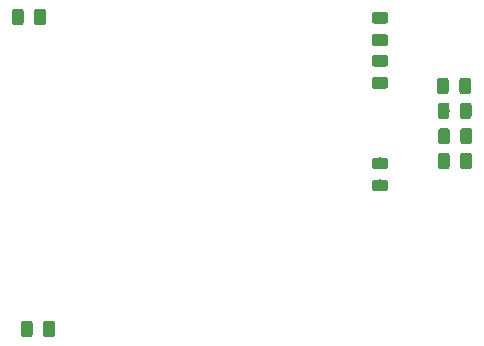
<source format=gbr>
G04 #@! TF.GenerationSoftware,KiCad,Pcbnew,5.0.2-bee76a0~70~ubuntu16.04.1*
G04 #@! TF.CreationDate,2022-10-09T10:28:45+02:00*
G04 #@! TF.ProjectId,QIC02EMU,51494330-3245-44d5-952e-6b696361645f,rev?*
G04 #@! TF.SameCoordinates,Original*
G04 #@! TF.FileFunction,Paste,Bot*
G04 #@! TF.FilePolarity,Positive*
%FSLAX46Y46*%
G04 Gerber Fmt 4.6, Leading zero omitted, Abs format (unit mm)*
G04 Created by KiCad (PCBNEW 5.0.2-bee76a0~70~ubuntu16.04.1) date sön  9 okt 2022 10:28:45*
%MOMM*%
%LPD*%
G01*
G04 APERTURE LIST*
%ADD10C,0.100000*%
%ADD11C,0.975000*%
G04 APERTURE END LIST*
D10*
G04 #@! TO.C,C2*
G36*
X120077142Y-106235174D02*
X120100803Y-106238684D01*
X120124007Y-106244496D01*
X120146529Y-106252554D01*
X120168153Y-106262782D01*
X120188670Y-106275079D01*
X120207883Y-106289329D01*
X120225607Y-106305393D01*
X120241671Y-106323117D01*
X120255921Y-106342330D01*
X120268218Y-106362847D01*
X120278446Y-106384471D01*
X120286504Y-106406993D01*
X120292316Y-106430197D01*
X120295826Y-106453858D01*
X120297000Y-106477750D01*
X120297000Y-107390250D01*
X120295826Y-107414142D01*
X120292316Y-107437803D01*
X120286504Y-107461007D01*
X120278446Y-107483529D01*
X120268218Y-107505153D01*
X120255921Y-107525670D01*
X120241671Y-107544883D01*
X120225607Y-107562607D01*
X120207883Y-107578671D01*
X120188670Y-107592921D01*
X120168153Y-107605218D01*
X120146529Y-107615446D01*
X120124007Y-107623504D01*
X120100803Y-107629316D01*
X120077142Y-107632826D01*
X120053250Y-107634000D01*
X119565750Y-107634000D01*
X119541858Y-107632826D01*
X119518197Y-107629316D01*
X119494993Y-107623504D01*
X119472471Y-107615446D01*
X119450847Y-107605218D01*
X119430330Y-107592921D01*
X119411117Y-107578671D01*
X119393393Y-107562607D01*
X119377329Y-107544883D01*
X119363079Y-107525670D01*
X119350782Y-107505153D01*
X119340554Y-107483529D01*
X119332496Y-107461007D01*
X119326684Y-107437803D01*
X119323174Y-107414142D01*
X119322000Y-107390250D01*
X119322000Y-106477750D01*
X119323174Y-106453858D01*
X119326684Y-106430197D01*
X119332496Y-106406993D01*
X119340554Y-106384471D01*
X119350782Y-106362847D01*
X119363079Y-106342330D01*
X119377329Y-106323117D01*
X119393393Y-106305393D01*
X119411117Y-106289329D01*
X119430330Y-106275079D01*
X119450847Y-106262782D01*
X119472471Y-106252554D01*
X119494993Y-106244496D01*
X119518197Y-106238684D01*
X119541858Y-106235174D01*
X119565750Y-106234000D01*
X120053250Y-106234000D01*
X120077142Y-106235174D01*
X120077142Y-106235174D01*
G37*
D11*
X119809500Y-106934000D03*
D10*
G36*
X118202142Y-106235174D02*
X118225803Y-106238684D01*
X118249007Y-106244496D01*
X118271529Y-106252554D01*
X118293153Y-106262782D01*
X118313670Y-106275079D01*
X118332883Y-106289329D01*
X118350607Y-106305393D01*
X118366671Y-106323117D01*
X118380921Y-106342330D01*
X118393218Y-106362847D01*
X118403446Y-106384471D01*
X118411504Y-106406993D01*
X118417316Y-106430197D01*
X118420826Y-106453858D01*
X118422000Y-106477750D01*
X118422000Y-107390250D01*
X118420826Y-107414142D01*
X118417316Y-107437803D01*
X118411504Y-107461007D01*
X118403446Y-107483529D01*
X118393218Y-107505153D01*
X118380921Y-107525670D01*
X118366671Y-107544883D01*
X118350607Y-107562607D01*
X118332883Y-107578671D01*
X118313670Y-107592921D01*
X118293153Y-107605218D01*
X118271529Y-107615446D01*
X118249007Y-107623504D01*
X118225803Y-107629316D01*
X118202142Y-107632826D01*
X118178250Y-107634000D01*
X117690750Y-107634000D01*
X117666858Y-107632826D01*
X117643197Y-107629316D01*
X117619993Y-107623504D01*
X117597471Y-107615446D01*
X117575847Y-107605218D01*
X117555330Y-107592921D01*
X117536117Y-107578671D01*
X117518393Y-107562607D01*
X117502329Y-107544883D01*
X117488079Y-107525670D01*
X117475782Y-107505153D01*
X117465554Y-107483529D01*
X117457496Y-107461007D01*
X117451684Y-107437803D01*
X117448174Y-107414142D01*
X117447000Y-107390250D01*
X117447000Y-106477750D01*
X117448174Y-106453858D01*
X117451684Y-106430197D01*
X117457496Y-106406993D01*
X117465554Y-106384471D01*
X117475782Y-106362847D01*
X117488079Y-106342330D01*
X117502329Y-106323117D01*
X117518393Y-106305393D01*
X117536117Y-106289329D01*
X117555330Y-106275079D01*
X117575847Y-106262782D01*
X117597471Y-106252554D01*
X117619993Y-106244496D01*
X117643197Y-106238684D01*
X117666858Y-106235174D01*
X117690750Y-106234000D01*
X118178250Y-106234000D01*
X118202142Y-106235174D01*
X118202142Y-106235174D01*
G37*
D11*
X117934500Y-106934000D03*
G04 #@! TD*
D10*
G04 #@! TO.C,C3*
G36*
X156122042Y-114185374D02*
X156145703Y-114188884D01*
X156168907Y-114194696D01*
X156191429Y-114202754D01*
X156213053Y-114212982D01*
X156233570Y-114225279D01*
X156252783Y-114239529D01*
X156270507Y-114255593D01*
X156286571Y-114273317D01*
X156300821Y-114292530D01*
X156313118Y-114313047D01*
X156323346Y-114334671D01*
X156331404Y-114357193D01*
X156337216Y-114380397D01*
X156340726Y-114404058D01*
X156341900Y-114427950D01*
X156341900Y-115340450D01*
X156340726Y-115364342D01*
X156337216Y-115388003D01*
X156331404Y-115411207D01*
X156323346Y-115433729D01*
X156313118Y-115455353D01*
X156300821Y-115475870D01*
X156286571Y-115495083D01*
X156270507Y-115512807D01*
X156252783Y-115528871D01*
X156233570Y-115543121D01*
X156213053Y-115555418D01*
X156191429Y-115565646D01*
X156168907Y-115573704D01*
X156145703Y-115579516D01*
X156122042Y-115583026D01*
X156098150Y-115584200D01*
X155610650Y-115584200D01*
X155586758Y-115583026D01*
X155563097Y-115579516D01*
X155539893Y-115573704D01*
X155517371Y-115565646D01*
X155495747Y-115555418D01*
X155475230Y-115543121D01*
X155456017Y-115528871D01*
X155438293Y-115512807D01*
X155422229Y-115495083D01*
X155407979Y-115475870D01*
X155395682Y-115455353D01*
X155385454Y-115433729D01*
X155377396Y-115411207D01*
X155371584Y-115388003D01*
X155368074Y-115364342D01*
X155366900Y-115340450D01*
X155366900Y-114427950D01*
X155368074Y-114404058D01*
X155371584Y-114380397D01*
X155377396Y-114357193D01*
X155385454Y-114334671D01*
X155395682Y-114313047D01*
X155407979Y-114292530D01*
X155422229Y-114273317D01*
X155438293Y-114255593D01*
X155456017Y-114239529D01*
X155475230Y-114225279D01*
X155495747Y-114212982D01*
X155517371Y-114202754D01*
X155539893Y-114194696D01*
X155563097Y-114188884D01*
X155586758Y-114185374D01*
X155610650Y-114184200D01*
X156098150Y-114184200D01*
X156122042Y-114185374D01*
X156122042Y-114185374D01*
G37*
D11*
X155854400Y-114884200D03*
D10*
G36*
X154247042Y-114185374D02*
X154270703Y-114188884D01*
X154293907Y-114194696D01*
X154316429Y-114202754D01*
X154338053Y-114212982D01*
X154358570Y-114225279D01*
X154377783Y-114239529D01*
X154395507Y-114255593D01*
X154411571Y-114273317D01*
X154425821Y-114292530D01*
X154438118Y-114313047D01*
X154448346Y-114334671D01*
X154456404Y-114357193D01*
X154462216Y-114380397D01*
X154465726Y-114404058D01*
X154466900Y-114427950D01*
X154466900Y-115340450D01*
X154465726Y-115364342D01*
X154462216Y-115388003D01*
X154456404Y-115411207D01*
X154448346Y-115433729D01*
X154438118Y-115455353D01*
X154425821Y-115475870D01*
X154411571Y-115495083D01*
X154395507Y-115512807D01*
X154377783Y-115528871D01*
X154358570Y-115543121D01*
X154338053Y-115555418D01*
X154316429Y-115565646D01*
X154293907Y-115573704D01*
X154270703Y-115579516D01*
X154247042Y-115583026D01*
X154223150Y-115584200D01*
X153735650Y-115584200D01*
X153711758Y-115583026D01*
X153688097Y-115579516D01*
X153664893Y-115573704D01*
X153642371Y-115565646D01*
X153620747Y-115555418D01*
X153600230Y-115543121D01*
X153581017Y-115528871D01*
X153563293Y-115512807D01*
X153547229Y-115495083D01*
X153532979Y-115475870D01*
X153520682Y-115455353D01*
X153510454Y-115433729D01*
X153502396Y-115411207D01*
X153496584Y-115388003D01*
X153493074Y-115364342D01*
X153491900Y-115340450D01*
X153491900Y-114427950D01*
X153493074Y-114404058D01*
X153496584Y-114380397D01*
X153502396Y-114357193D01*
X153510454Y-114334671D01*
X153520682Y-114313047D01*
X153532979Y-114292530D01*
X153547229Y-114273317D01*
X153563293Y-114255593D01*
X153581017Y-114239529D01*
X153600230Y-114225279D01*
X153620747Y-114212982D01*
X153642371Y-114202754D01*
X153664893Y-114194696D01*
X153688097Y-114188884D01*
X153711758Y-114185374D01*
X153735650Y-114184200D01*
X154223150Y-114184200D01*
X154247042Y-114185374D01*
X154247042Y-114185374D01*
G37*
D11*
X153979400Y-114884200D03*
G04 #@! TD*
D10*
G04 #@! TO.C,C4*
G36*
X120839142Y-132651174D02*
X120862803Y-132654684D01*
X120886007Y-132660496D01*
X120908529Y-132668554D01*
X120930153Y-132678782D01*
X120950670Y-132691079D01*
X120969883Y-132705329D01*
X120987607Y-132721393D01*
X121003671Y-132739117D01*
X121017921Y-132758330D01*
X121030218Y-132778847D01*
X121040446Y-132800471D01*
X121048504Y-132822993D01*
X121054316Y-132846197D01*
X121057826Y-132869858D01*
X121059000Y-132893750D01*
X121059000Y-133806250D01*
X121057826Y-133830142D01*
X121054316Y-133853803D01*
X121048504Y-133877007D01*
X121040446Y-133899529D01*
X121030218Y-133921153D01*
X121017921Y-133941670D01*
X121003671Y-133960883D01*
X120987607Y-133978607D01*
X120969883Y-133994671D01*
X120950670Y-134008921D01*
X120930153Y-134021218D01*
X120908529Y-134031446D01*
X120886007Y-134039504D01*
X120862803Y-134045316D01*
X120839142Y-134048826D01*
X120815250Y-134050000D01*
X120327750Y-134050000D01*
X120303858Y-134048826D01*
X120280197Y-134045316D01*
X120256993Y-134039504D01*
X120234471Y-134031446D01*
X120212847Y-134021218D01*
X120192330Y-134008921D01*
X120173117Y-133994671D01*
X120155393Y-133978607D01*
X120139329Y-133960883D01*
X120125079Y-133941670D01*
X120112782Y-133921153D01*
X120102554Y-133899529D01*
X120094496Y-133877007D01*
X120088684Y-133853803D01*
X120085174Y-133830142D01*
X120084000Y-133806250D01*
X120084000Y-132893750D01*
X120085174Y-132869858D01*
X120088684Y-132846197D01*
X120094496Y-132822993D01*
X120102554Y-132800471D01*
X120112782Y-132778847D01*
X120125079Y-132758330D01*
X120139329Y-132739117D01*
X120155393Y-132721393D01*
X120173117Y-132705329D01*
X120192330Y-132691079D01*
X120212847Y-132678782D01*
X120234471Y-132668554D01*
X120256993Y-132660496D01*
X120280197Y-132654684D01*
X120303858Y-132651174D01*
X120327750Y-132650000D01*
X120815250Y-132650000D01*
X120839142Y-132651174D01*
X120839142Y-132651174D01*
G37*
D11*
X120571500Y-133350000D03*
D10*
G36*
X118964142Y-132651174D02*
X118987803Y-132654684D01*
X119011007Y-132660496D01*
X119033529Y-132668554D01*
X119055153Y-132678782D01*
X119075670Y-132691079D01*
X119094883Y-132705329D01*
X119112607Y-132721393D01*
X119128671Y-132739117D01*
X119142921Y-132758330D01*
X119155218Y-132778847D01*
X119165446Y-132800471D01*
X119173504Y-132822993D01*
X119179316Y-132846197D01*
X119182826Y-132869858D01*
X119184000Y-132893750D01*
X119184000Y-133806250D01*
X119182826Y-133830142D01*
X119179316Y-133853803D01*
X119173504Y-133877007D01*
X119165446Y-133899529D01*
X119155218Y-133921153D01*
X119142921Y-133941670D01*
X119128671Y-133960883D01*
X119112607Y-133978607D01*
X119094883Y-133994671D01*
X119075670Y-134008921D01*
X119055153Y-134021218D01*
X119033529Y-134031446D01*
X119011007Y-134039504D01*
X118987803Y-134045316D01*
X118964142Y-134048826D01*
X118940250Y-134050000D01*
X118452750Y-134050000D01*
X118428858Y-134048826D01*
X118405197Y-134045316D01*
X118381993Y-134039504D01*
X118359471Y-134031446D01*
X118337847Y-134021218D01*
X118317330Y-134008921D01*
X118298117Y-133994671D01*
X118280393Y-133978607D01*
X118264329Y-133960883D01*
X118250079Y-133941670D01*
X118237782Y-133921153D01*
X118227554Y-133899529D01*
X118219496Y-133877007D01*
X118213684Y-133853803D01*
X118210174Y-133830142D01*
X118209000Y-133806250D01*
X118209000Y-132893750D01*
X118210174Y-132869858D01*
X118213684Y-132846197D01*
X118219496Y-132822993D01*
X118227554Y-132800471D01*
X118237782Y-132778847D01*
X118250079Y-132758330D01*
X118264329Y-132739117D01*
X118280393Y-132721393D01*
X118298117Y-132705329D01*
X118317330Y-132691079D01*
X118337847Y-132678782D01*
X118359471Y-132668554D01*
X118381993Y-132660496D01*
X118405197Y-132654684D01*
X118428858Y-132651174D01*
X118452750Y-132650000D01*
X118940250Y-132650000D01*
X118964142Y-132651174D01*
X118964142Y-132651174D01*
G37*
D11*
X118696500Y-133350000D03*
G04 #@! TD*
D10*
G04 #@! TO.C,R2*
G36*
X154270142Y-118427174D02*
X154293803Y-118430684D01*
X154317007Y-118436496D01*
X154339529Y-118444554D01*
X154361153Y-118454782D01*
X154381670Y-118467079D01*
X154400883Y-118481329D01*
X154418607Y-118497393D01*
X154434671Y-118515117D01*
X154448921Y-118534330D01*
X154461218Y-118554847D01*
X154471446Y-118576471D01*
X154479504Y-118598993D01*
X154485316Y-118622197D01*
X154488826Y-118645858D01*
X154490000Y-118669750D01*
X154490000Y-119582250D01*
X154488826Y-119606142D01*
X154485316Y-119629803D01*
X154479504Y-119653007D01*
X154471446Y-119675529D01*
X154461218Y-119697153D01*
X154448921Y-119717670D01*
X154434671Y-119736883D01*
X154418607Y-119754607D01*
X154400883Y-119770671D01*
X154381670Y-119784921D01*
X154361153Y-119797218D01*
X154339529Y-119807446D01*
X154317007Y-119815504D01*
X154293803Y-119821316D01*
X154270142Y-119824826D01*
X154246250Y-119826000D01*
X153758750Y-119826000D01*
X153734858Y-119824826D01*
X153711197Y-119821316D01*
X153687993Y-119815504D01*
X153665471Y-119807446D01*
X153643847Y-119797218D01*
X153623330Y-119784921D01*
X153604117Y-119770671D01*
X153586393Y-119754607D01*
X153570329Y-119736883D01*
X153556079Y-119717670D01*
X153543782Y-119697153D01*
X153533554Y-119675529D01*
X153525496Y-119653007D01*
X153519684Y-119629803D01*
X153516174Y-119606142D01*
X153515000Y-119582250D01*
X153515000Y-118669750D01*
X153516174Y-118645858D01*
X153519684Y-118622197D01*
X153525496Y-118598993D01*
X153533554Y-118576471D01*
X153543782Y-118554847D01*
X153556079Y-118534330D01*
X153570329Y-118515117D01*
X153586393Y-118497393D01*
X153604117Y-118481329D01*
X153623330Y-118467079D01*
X153643847Y-118454782D01*
X153665471Y-118444554D01*
X153687993Y-118436496D01*
X153711197Y-118430684D01*
X153734858Y-118427174D01*
X153758750Y-118426000D01*
X154246250Y-118426000D01*
X154270142Y-118427174D01*
X154270142Y-118427174D01*
G37*
D11*
X154002500Y-119126000D03*
D10*
G36*
X156145142Y-118427174D02*
X156168803Y-118430684D01*
X156192007Y-118436496D01*
X156214529Y-118444554D01*
X156236153Y-118454782D01*
X156256670Y-118467079D01*
X156275883Y-118481329D01*
X156293607Y-118497393D01*
X156309671Y-118515117D01*
X156323921Y-118534330D01*
X156336218Y-118554847D01*
X156346446Y-118576471D01*
X156354504Y-118598993D01*
X156360316Y-118622197D01*
X156363826Y-118645858D01*
X156365000Y-118669750D01*
X156365000Y-119582250D01*
X156363826Y-119606142D01*
X156360316Y-119629803D01*
X156354504Y-119653007D01*
X156346446Y-119675529D01*
X156336218Y-119697153D01*
X156323921Y-119717670D01*
X156309671Y-119736883D01*
X156293607Y-119754607D01*
X156275883Y-119770671D01*
X156256670Y-119784921D01*
X156236153Y-119797218D01*
X156214529Y-119807446D01*
X156192007Y-119815504D01*
X156168803Y-119821316D01*
X156145142Y-119824826D01*
X156121250Y-119826000D01*
X155633750Y-119826000D01*
X155609858Y-119824826D01*
X155586197Y-119821316D01*
X155562993Y-119815504D01*
X155540471Y-119807446D01*
X155518847Y-119797218D01*
X155498330Y-119784921D01*
X155479117Y-119770671D01*
X155461393Y-119754607D01*
X155445329Y-119736883D01*
X155431079Y-119717670D01*
X155418782Y-119697153D01*
X155408554Y-119675529D01*
X155400496Y-119653007D01*
X155394684Y-119629803D01*
X155391174Y-119606142D01*
X155390000Y-119582250D01*
X155390000Y-118669750D01*
X155391174Y-118645858D01*
X155394684Y-118622197D01*
X155400496Y-118598993D01*
X155408554Y-118576471D01*
X155418782Y-118554847D01*
X155431079Y-118534330D01*
X155445329Y-118515117D01*
X155461393Y-118497393D01*
X155479117Y-118481329D01*
X155498330Y-118467079D01*
X155518847Y-118454782D01*
X155540471Y-118444554D01*
X155562993Y-118436496D01*
X155586197Y-118430684D01*
X155609858Y-118427174D01*
X155633750Y-118426000D01*
X156121250Y-118426000D01*
X156145142Y-118427174D01*
X156145142Y-118427174D01*
G37*
D11*
X155877500Y-119126000D03*
G04 #@! TD*
D10*
G04 #@! TO.C,R1*
G36*
X149070142Y-120720174D02*
X149093803Y-120723684D01*
X149117007Y-120729496D01*
X149139529Y-120737554D01*
X149161153Y-120747782D01*
X149181670Y-120760079D01*
X149200883Y-120774329D01*
X149218607Y-120790393D01*
X149234671Y-120808117D01*
X149248921Y-120827330D01*
X149261218Y-120847847D01*
X149271446Y-120869471D01*
X149279504Y-120891993D01*
X149285316Y-120915197D01*
X149288826Y-120938858D01*
X149290000Y-120962750D01*
X149290000Y-121450250D01*
X149288826Y-121474142D01*
X149285316Y-121497803D01*
X149279504Y-121521007D01*
X149271446Y-121543529D01*
X149261218Y-121565153D01*
X149248921Y-121585670D01*
X149234671Y-121604883D01*
X149218607Y-121622607D01*
X149200883Y-121638671D01*
X149181670Y-121652921D01*
X149161153Y-121665218D01*
X149139529Y-121675446D01*
X149117007Y-121683504D01*
X149093803Y-121689316D01*
X149070142Y-121692826D01*
X149046250Y-121694000D01*
X148133750Y-121694000D01*
X148109858Y-121692826D01*
X148086197Y-121689316D01*
X148062993Y-121683504D01*
X148040471Y-121675446D01*
X148018847Y-121665218D01*
X147998330Y-121652921D01*
X147979117Y-121638671D01*
X147961393Y-121622607D01*
X147945329Y-121604883D01*
X147931079Y-121585670D01*
X147918782Y-121565153D01*
X147908554Y-121543529D01*
X147900496Y-121521007D01*
X147894684Y-121497803D01*
X147891174Y-121474142D01*
X147890000Y-121450250D01*
X147890000Y-120962750D01*
X147891174Y-120938858D01*
X147894684Y-120915197D01*
X147900496Y-120891993D01*
X147908554Y-120869471D01*
X147918782Y-120847847D01*
X147931079Y-120827330D01*
X147945329Y-120808117D01*
X147961393Y-120790393D01*
X147979117Y-120774329D01*
X147998330Y-120760079D01*
X148018847Y-120747782D01*
X148040471Y-120737554D01*
X148062993Y-120729496D01*
X148086197Y-120723684D01*
X148109858Y-120720174D01*
X148133750Y-120719000D01*
X149046250Y-120719000D01*
X149070142Y-120720174D01*
X149070142Y-120720174D01*
G37*
D11*
X148590000Y-121206500D03*
D10*
G36*
X149070142Y-118845174D02*
X149093803Y-118848684D01*
X149117007Y-118854496D01*
X149139529Y-118862554D01*
X149161153Y-118872782D01*
X149181670Y-118885079D01*
X149200883Y-118899329D01*
X149218607Y-118915393D01*
X149234671Y-118933117D01*
X149248921Y-118952330D01*
X149261218Y-118972847D01*
X149271446Y-118994471D01*
X149279504Y-119016993D01*
X149285316Y-119040197D01*
X149288826Y-119063858D01*
X149290000Y-119087750D01*
X149290000Y-119575250D01*
X149288826Y-119599142D01*
X149285316Y-119622803D01*
X149279504Y-119646007D01*
X149271446Y-119668529D01*
X149261218Y-119690153D01*
X149248921Y-119710670D01*
X149234671Y-119729883D01*
X149218607Y-119747607D01*
X149200883Y-119763671D01*
X149181670Y-119777921D01*
X149161153Y-119790218D01*
X149139529Y-119800446D01*
X149117007Y-119808504D01*
X149093803Y-119814316D01*
X149070142Y-119817826D01*
X149046250Y-119819000D01*
X148133750Y-119819000D01*
X148109858Y-119817826D01*
X148086197Y-119814316D01*
X148062993Y-119808504D01*
X148040471Y-119800446D01*
X148018847Y-119790218D01*
X147998330Y-119777921D01*
X147979117Y-119763671D01*
X147961393Y-119747607D01*
X147945329Y-119729883D01*
X147931079Y-119710670D01*
X147918782Y-119690153D01*
X147908554Y-119668529D01*
X147900496Y-119646007D01*
X147894684Y-119622803D01*
X147891174Y-119599142D01*
X147890000Y-119575250D01*
X147890000Y-119087750D01*
X147891174Y-119063858D01*
X147894684Y-119040197D01*
X147900496Y-119016993D01*
X147908554Y-118994471D01*
X147918782Y-118972847D01*
X147931079Y-118952330D01*
X147945329Y-118933117D01*
X147961393Y-118915393D01*
X147979117Y-118899329D01*
X147998330Y-118885079D01*
X148018847Y-118872782D01*
X148040471Y-118862554D01*
X148062993Y-118854496D01*
X148086197Y-118848684D01*
X148109858Y-118845174D01*
X148133750Y-118844000D01*
X149046250Y-118844000D01*
X149070142Y-118845174D01*
X149070142Y-118845174D01*
G37*
D11*
X148590000Y-119331500D03*
G04 #@! TD*
D10*
G04 #@! TO.C,R3*
G36*
X154280542Y-116331674D02*
X154304203Y-116335184D01*
X154327407Y-116340996D01*
X154349929Y-116349054D01*
X154371553Y-116359282D01*
X154392070Y-116371579D01*
X154411283Y-116385829D01*
X154429007Y-116401893D01*
X154445071Y-116419617D01*
X154459321Y-116438830D01*
X154471618Y-116459347D01*
X154481846Y-116480971D01*
X154489904Y-116503493D01*
X154495716Y-116526697D01*
X154499226Y-116550358D01*
X154500400Y-116574250D01*
X154500400Y-117486750D01*
X154499226Y-117510642D01*
X154495716Y-117534303D01*
X154489904Y-117557507D01*
X154481846Y-117580029D01*
X154471618Y-117601653D01*
X154459321Y-117622170D01*
X154445071Y-117641383D01*
X154429007Y-117659107D01*
X154411283Y-117675171D01*
X154392070Y-117689421D01*
X154371553Y-117701718D01*
X154349929Y-117711946D01*
X154327407Y-117720004D01*
X154304203Y-117725816D01*
X154280542Y-117729326D01*
X154256650Y-117730500D01*
X153769150Y-117730500D01*
X153745258Y-117729326D01*
X153721597Y-117725816D01*
X153698393Y-117720004D01*
X153675871Y-117711946D01*
X153654247Y-117701718D01*
X153633730Y-117689421D01*
X153614517Y-117675171D01*
X153596793Y-117659107D01*
X153580729Y-117641383D01*
X153566479Y-117622170D01*
X153554182Y-117601653D01*
X153543954Y-117580029D01*
X153535896Y-117557507D01*
X153530084Y-117534303D01*
X153526574Y-117510642D01*
X153525400Y-117486750D01*
X153525400Y-116574250D01*
X153526574Y-116550358D01*
X153530084Y-116526697D01*
X153535896Y-116503493D01*
X153543954Y-116480971D01*
X153554182Y-116459347D01*
X153566479Y-116438830D01*
X153580729Y-116419617D01*
X153596793Y-116401893D01*
X153614517Y-116385829D01*
X153633730Y-116371579D01*
X153654247Y-116359282D01*
X153675871Y-116349054D01*
X153698393Y-116340996D01*
X153721597Y-116335184D01*
X153745258Y-116331674D01*
X153769150Y-116330500D01*
X154256650Y-116330500D01*
X154280542Y-116331674D01*
X154280542Y-116331674D01*
G37*
D11*
X154012900Y-117030500D03*
D10*
G36*
X156155542Y-116331674D02*
X156179203Y-116335184D01*
X156202407Y-116340996D01*
X156224929Y-116349054D01*
X156246553Y-116359282D01*
X156267070Y-116371579D01*
X156286283Y-116385829D01*
X156304007Y-116401893D01*
X156320071Y-116419617D01*
X156334321Y-116438830D01*
X156346618Y-116459347D01*
X156356846Y-116480971D01*
X156364904Y-116503493D01*
X156370716Y-116526697D01*
X156374226Y-116550358D01*
X156375400Y-116574250D01*
X156375400Y-117486750D01*
X156374226Y-117510642D01*
X156370716Y-117534303D01*
X156364904Y-117557507D01*
X156356846Y-117580029D01*
X156346618Y-117601653D01*
X156334321Y-117622170D01*
X156320071Y-117641383D01*
X156304007Y-117659107D01*
X156286283Y-117675171D01*
X156267070Y-117689421D01*
X156246553Y-117701718D01*
X156224929Y-117711946D01*
X156202407Y-117720004D01*
X156179203Y-117725816D01*
X156155542Y-117729326D01*
X156131650Y-117730500D01*
X155644150Y-117730500D01*
X155620258Y-117729326D01*
X155596597Y-117725816D01*
X155573393Y-117720004D01*
X155550871Y-117711946D01*
X155529247Y-117701718D01*
X155508730Y-117689421D01*
X155489517Y-117675171D01*
X155471793Y-117659107D01*
X155455729Y-117641383D01*
X155441479Y-117622170D01*
X155429182Y-117601653D01*
X155418954Y-117580029D01*
X155410896Y-117557507D01*
X155405084Y-117534303D01*
X155401574Y-117510642D01*
X155400400Y-117486750D01*
X155400400Y-116574250D01*
X155401574Y-116550358D01*
X155405084Y-116526697D01*
X155410896Y-116503493D01*
X155418954Y-116480971D01*
X155429182Y-116459347D01*
X155441479Y-116438830D01*
X155455729Y-116419617D01*
X155471793Y-116401893D01*
X155489517Y-116385829D01*
X155508730Y-116371579D01*
X155529247Y-116359282D01*
X155550871Y-116349054D01*
X155573393Y-116340996D01*
X155596597Y-116335184D01*
X155620258Y-116331674D01*
X155644150Y-116330500D01*
X156131650Y-116330500D01*
X156155542Y-116331674D01*
X156155542Y-116331674D01*
G37*
D11*
X155887900Y-117030500D03*
G04 #@! TD*
D10*
G04 #@! TO.C,R4*
G36*
X156066642Y-112077174D02*
X156090303Y-112080684D01*
X156113507Y-112086496D01*
X156136029Y-112094554D01*
X156157653Y-112104782D01*
X156178170Y-112117079D01*
X156197383Y-112131329D01*
X156215107Y-112147393D01*
X156231171Y-112165117D01*
X156245421Y-112184330D01*
X156257718Y-112204847D01*
X156267946Y-112226471D01*
X156276004Y-112248993D01*
X156281816Y-112272197D01*
X156285326Y-112295858D01*
X156286500Y-112319750D01*
X156286500Y-113232250D01*
X156285326Y-113256142D01*
X156281816Y-113279803D01*
X156276004Y-113303007D01*
X156267946Y-113325529D01*
X156257718Y-113347153D01*
X156245421Y-113367670D01*
X156231171Y-113386883D01*
X156215107Y-113404607D01*
X156197383Y-113420671D01*
X156178170Y-113434921D01*
X156157653Y-113447218D01*
X156136029Y-113457446D01*
X156113507Y-113465504D01*
X156090303Y-113471316D01*
X156066642Y-113474826D01*
X156042750Y-113476000D01*
X155555250Y-113476000D01*
X155531358Y-113474826D01*
X155507697Y-113471316D01*
X155484493Y-113465504D01*
X155461971Y-113457446D01*
X155440347Y-113447218D01*
X155419830Y-113434921D01*
X155400617Y-113420671D01*
X155382893Y-113404607D01*
X155366829Y-113386883D01*
X155352579Y-113367670D01*
X155340282Y-113347153D01*
X155330054Y-113325529D01*
X155321996Y-113303007D01*
X155316184Y-113279803D01*
X155312674Y-113256142D01*
X155311500Y-113232250D01*
X155311500Y-112319750D01*
X155312674Y-112295858D01*
X155316184Y-112272197D01*
X155321996Y-112248993D01*
X155330054Y-112226471D01*
X155340282Y-112204847D01*
X155352579Y-112184330D01*
X155366829Y-112165117D01*
X155382893Y-112147393D01*
X155400617Y-112131329D01*
X155419830Y-112117079D01*
X155440347Y-112104782D01*
X155461971Y-112094554D01*
X155484493Y-112086496D01*
X155507697Y-112080684D01*
X155531358Y-112077174D01*
X155555250Y-112076000D01*
X156042750Y-112076000D01*
X156066642Y-112077174D01*
X156066642Y-112077174D01*
G37*
D11*
X155799000Y-112776000D03*
D10*
G36*
X154191642Y-112077174D02*
X154215303Y-112080684D01*
X154238507Y-112086496D01*
X154261029Y-112094554D01*
X154282653Y-112104782D01*
X154303170Y-112117079D01*
X154322383Y-112131329D01*
X154340107Y-112147393D01*
X154356171Y-112165117D01*
X154370421Y-112184330D01*
X154382718Y-112204847D01*
X154392946Y-112226471D01*
X154401004Y-112248993D01*
X154406816Y-112272197D01*
X154410326Y-112295858D01*
X154411500Y-112319750D01*
X154411500Y-113232250D01*
X154410326Y-113256142D01*
X154406816Y-113279803D01*
X154401004Y-113303007D01*
X154392946Y-113325529D01*
X154382718Y-113347153D01*
X154370421Y-113367670D01*
X154356171Y-113386883D01*
X154340107Y-113404607D01*
X154322383Y-113420671D01*
X154303170Y-113434921D01*
X154282653Y-113447218D01*
X154261029Y-113457446D01*
X154238507Y-113465504D01*
X154215303Y-113471316D01*
X154191642Y-113474826D01*
X154167750Y-113476000D01*
X153680250Y-113476000D01*
X153656358Y-113474826D01*
X153632697Y-113471316D01*
X153609493Y-113465504D01*
X153586971Y-113457446D01*
X153565347Y-113447218D01*
X153544830Y-113434921D01*
X153525617Y-113420671D01*
X153507893Y-113404607D01*
X153491829Y-113386883D01*
X153477579Y-113367670D01*
X153465282Y-113347153D01*
X153455054Y-113325529D01*
X153446996Y-113303007D01*
X153441184Y-113279803D01*
X153437674Y-113256142D01*
X153436500Y-113232250D01*
X153436500Y-112319750D01*
X153437674Y-112295858D01*
X153441184Y-112272197D01*
X153446996Y-112248993D01*
X153455054Y-112226471D01*
X153465282Y-112204847D01*
X153477579Y-112184330D01*
X153491829Y-112165117D01*
X153507893Y-112147393D01*
X153525617Y-112131329D01*
X153544830Y-112117079D01*
X153565347Y-112104782D01*
X153586971Y-112094554D01*
X153609493Y-112086496D01*
X153632697Y-112080684D01*
X153656358Y-112077174D01*
X153680250Y-112076000D01*
X154167750Y-112076000D01*
X154191642Y-112077174D01*
X154191642Y-112077174D01*
G37*
D11*
X153924000Y-112776000D03*
G04 #@! TD*
D10*
G04 #@! TO.C,R5*
G36*
X149070142Y-112035674D02*
X149093803Y-112039184D01*
X149117007Y-112044996D01*
X149139529Y-112053054D01*
X149161153Y-112063282D01*
X149181670Y-112075579D01*
X149200883Y-112089829D01*
X149218607Y-112105893D01*
X149234671Y-112123617D01*
X149248921Y-112142830D01*
X149261218Y-112163347D01*
X149271446Y-112184971D01*
X149279504Y-112207493D01*
X149285316Y-112230697D01*
X149288826Y-112254358D01*
X149290000Y-112278250D01*
X149290000Y-112765750D01*
X149288826Y-112789642D01*
X149285316Y-112813303D01*
X149279504Y-112836507D01*
X149271446Y-112859029D01*
X149261218Y-112880653D01*
X149248921Y-112901170D01*
X149234671Y-112920383D01*
X149218607Y-112938107D01*
X149200883Y-112954171D01*
X149181670Y-112968421D01*
X149161153Y-112980718D01*
X149139529Y-112990946D01*
X149117007Y-112999004D01*
X149093803Y-113004816D01*
X149070142Y-113008326D01*
X149046250Y-113009500D01*
X148133750Y-113009500D01*
X148109858Y-113008326D01*
X148086197Y-113004816D01*
X148062993Y-112999004D01*
X148040471Y-112990946D01*
X148018847Y-112980718D01*
X147998330Y-112968421D01*
X147979117Y-112954171D01*
X147961393Y-112938107D01*
X147945329Y-112920383D01*
X147931079Y-112901170D01*
X147918782Y-112880653D01*
X147908554Y-112859029D01*
X147900496Y-112836507D01*
X147894684Y-112813303D01*
X147891174Y-112789642D01*
X147890000Y-112765750D01*
X147890000Y-112278250D01*
X147891174Y-112254358D01*
X147894684Y-112230697D01*
X147900496Y-112207493D01*
X147908554Y-112184971D01*
X147918782Y-112163347D01*
X147931079Y-112142830D01*
X147945329Y-112123617D01*
X147961393Y-112105893D01*
X147979117Y-112089829D01*
X147998330Y-112075579D01*
X148018847Y-112063282D01*
X148040471Y-112053054D01*
X148062993Y-112044996D01*
X148086197Y-112039184D01*
X148109858Y-112035674D01*
X148133750Y-112034500D01*
X149046250Y-112034500D01*
X149070142Y-112035674D01*
X149070142Y-112035674D01*
G37*
D11*
X148590000Y-112522000D03*
D10*
G36*
X149070142Y-110160674D02*
X149093803Y-110164184D01*
X149117007Y-110169996D01*
X149139529Y-110178054D01*
X149161153Y-110188282D01*
X149181670Y-110200579D01*
X149200883Y-110214829D01*
X149218607Y-110230893D01*
X149234671Y-110248617D01*
X149248921Y-110267830D01*
X149261218Y-110288347D01*
X149271446Y-110309971D01*
X149279504Y-110332493D01*
X149285316Y-110355697D01*
X149288826Y-110379358D01*
X149290000Y-110403250D01*
X149290000Y-110890750D01*
X149288826Y-110914642D01*
X149285316Y-110938303D01*
X149279504Y-110961507D01*
X149271446Y-110984029D01*
X149261218Y-111005653D01*
X149248921Y-111026170D01*
X149234671Y-111045383D01*
X149218607Y-111063107D01*
X149200883Y-111079171D01*
X149181670Y-111093421D01*
X149161153Y-111105718D01*
X149139529Y-111115946D01*
X149117007Y-111124004D01*
X149093803Y-111129816D01*
X149070142Y-111133326D01*
X149046250Y-111134500D01*
X148133750Y-111134500D01*
X148109858Y-111133326D01*
X148086197Y-111129816D01*
X148062993Y-111124004D01*
X148040471Y-111115946D01*
X148018847Y-111105718D01*
X147998330Y-111093421D01*
X147979117Y-111079171D01*
X147961393Y-111063107D01*
X147945329Y-111045383D01*
X147931079Y-111026170D01*
X147918782Y-111005653D01*
X147908554Y-110984029D01*
X147900496Y-110961507D01*
X147894684Y-110938303D01*
X147891174Y-110914642D01*
X147890000Y-110890750D01*
X147890000Y-110403250D01*
X147891174Y-110379358D01*
X147894684Y-110355697D01*
X147900496Y-110332493D01*
X147908554Y-110309971D01*
X147918782Y-110288347D01*
X147931079Y-110267830D01*
X147945329Y-110248617D01*
X147961393Y-110230893D01*
X147979117Y-110214829D01*
X147998330Y-110200579D01*
X148018847Y-110188282D01*
X148040471Y-110178054D01*
X148062993Y-110169996D01*
X148086197Y-110164184D01*
X148109858Y-110160674D01*
X148133750Y-110159500D01*
X149046250Y-110159500D01*
X149070142Y-110160674D01*
X149070142Y-110160674D01*
G37*
D11*
X148590000Y-110647000D03*
G04 #@! TD*
D10*
G04 #@! TO.C,R6*
G36*
X149070142Y-106526174D02*
X149093803Y-106529684D01*
X149117007Y-106535496D01*
X149139529Y-106543554D01*
X149161153Y-106553782D01*
X149181670Y-106566079D01*
X149200883Y-106580329D01*
X149218607Y-106596393D01*
X149234671Y-106614117D01*
X149248921Y-106633330D01*
X149261218Y-106653847D01*
X149271446Y-106675471D01*
X149279504Y-106697993D01*
X149285316Y-106721197D01*
X149288826Y-106744858D01*
X149290000Y-106768750D01*
X149290000Y-107256250D01*
X149288826Y-107280142D01*
X149285316Y-107303803D01*
X149279504Y-107327007D01*
X149271446Y-107349529D01*
X149261218Y-107371153D01*
X149248921Y-107391670D01*
X149234671Y-107410883D01*
X149218607Y-107428607D01*
X149200883Y-107444671D01*
X149181670Y-107458921D01*
X149161153Y-107471218D01*
X149139529Y-107481446D01*
X149117007Y-107489504D01*
X149093803Y-107495316D01*
X149070142Y-107498826D01*
X149046250Y-107500000D01*
X148133750Y-107500000D01*
X148109858Y-107498826D01*
X148086197Y-107495316D01*
X148062993Y-107489504D01*
X148040471Y-107481446D01*
X148018847Y-107471218D01*
X147998330Y-107458921D01*
X147979117Y-107444671D01*
X147961393Y-107428607D01*
X147945329Y-107410883D01*
X147931079Y-107391670D01*
X147918782Y-107371153D01*
X147908554Y-107349529D01*
X147900496Y-107327007D01*
X147894684Y-107303803D01*
X147891174Y-107280142D01*
X147890000Y-107256250D01*
X147890000Y-106768750D01*
X147891174Y-106744858D01*
X147894684Y-106721197D01*
X147900496Y-106697993D01*
X147908554Y-106675471D01*
X147918782Y-106653847D01*
X147931079Y-106633330D01*
X147945329Y-106614117D01*
X147961393Y-106596393D01*
X147979117Y-106580329D01*
X147998330Y-106566079D01*
X148018847Y-106553782D01*
X148040471Y-106543554D01*
X148062993Y-106535496D01*
X148086197Y-106529684D01*
X148109858Y-106526174D01*
X148133750Y-106525000D01*
X149046250Y-106525000D01*
X149070142Y-106526174D01*
X149070142Y-106526174D01*
G37*
D11*
X148590000Y-107012500D03*
D10*
G36*
X149070142Y-108401174D02*
X149093803Y-108404684D01*
X149117007Y-108410496D01*
X149139529Y-108418554D01*
X149161153Y-108428782D01*
X149181670Y-108441079D01*
X149200883Y-108455329D01*
X149218607Y-108471393D01*
X149234671Y-108489117D01*
X149248921Y-108508330D01*
X149261218Y-108528847D01*
X149271446Y-108550471D01*
X149279504Y-108572993D01*
X149285316Y-108596197D01*
X149288826Y-108619858D01*
X149290000Y-108643750D01*
X149290000Y-109131250D01*
X149288826Y-109155142D01*
X149285316Y-109178803D01*
X149279504Y-109202007D01*
X149271446Y-109224529D01*
X149261218Y-109246153D01*
X149248921Y-109266670D01*
X149234671Y-109285883D01*
X149218607Y-109303607D01*
X149200883Y-109319671D01*
X149181670Y-109333921D01*
X149161153Y-109346218D01*
X149139529Y-109356446D01*
X149117007Y-109364504D01*
X149093803Y-109370316D01*
X149070142Y-109373826D01*
X149046250Y-109375000D01*
X148133750Y-109375000D01*
X148109858Y-109373826D01*
X148086197Y-109370316D01*
X148062993Y-109364504D01*
X148040471Y-109356446D01*
X148018847Y-109346218D01*
X147998330Y-109333921D01*
X147979117Y-109319671D01*
X147961393Y-109303607D01*
X147945329Y-109285883D01*
X147931079Y-109266670D01*
X147918782Y-109246153D01*
X147908554Y-109224529D01*
X147900496Y-109202007D01*
X147894684Y-109178803D01*
X147891174Y-109155142D01*
X147890000Y-109131250D01*
X147890000Y-108643750D01*
X147891174Y-108619858D01*
X147894684Y-108596197D01*
X147900496Y-108572993D01*
X147908554Y-108550471D01*
X147918782Y-108528847D01*
X147931079Y-108508330D01*
X147945329Y-108489117D01*
X147961393Y-108471393D01*
X147979117Y-108455329D01*
X147998330Y-108441079D01*
X148018847Y-108428782D01*
X148040471Y-108418554D01*
X148062993Y-108410496D01*
X148086197Y-108404684D01*
X148109858Y-108401174D01*
X148133750Y-108400000D01*
X149046250Y-108400000D01*
X149070142Y-108401174D01*
X149070142Y-108401174D01*
G37*
D11*
X148590000Y-108887500D03*
G04 #@! TD*
M02*

</source>
